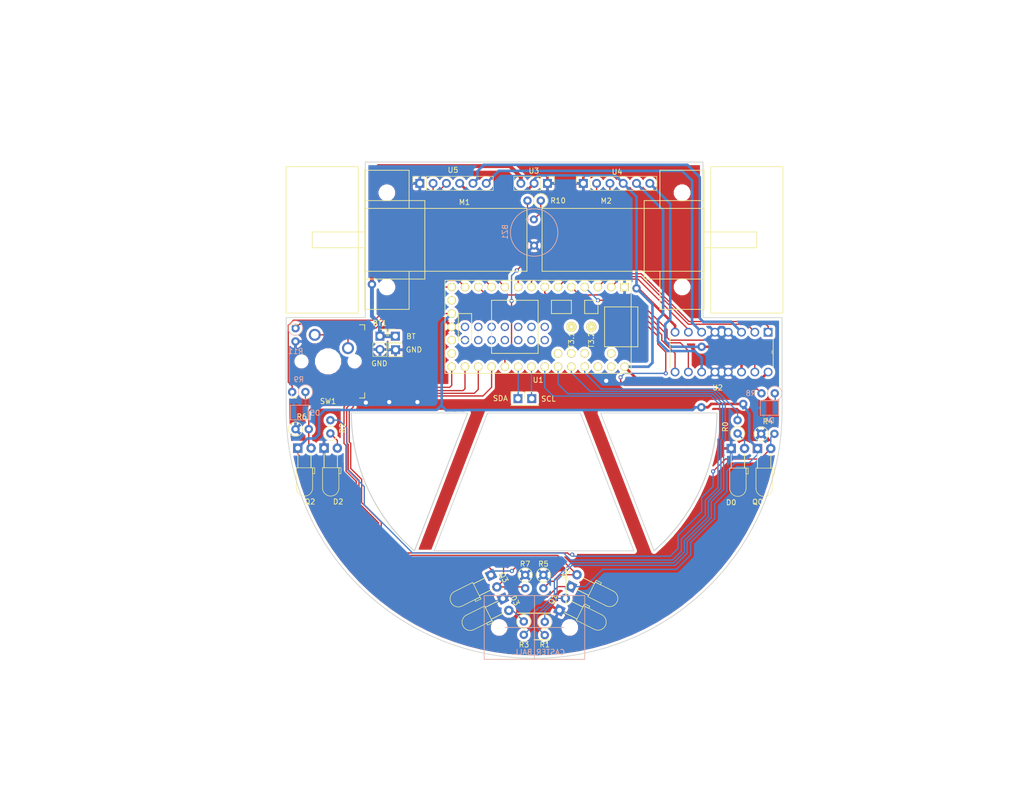
<source format=kicad_pcb>
(kicad_pcb (version 20171130) (host pcbnew "(5.0.0-3-g5ebb6b6)")
  (layers (0 F.Cu signal) (31 B.Cu signal) (34 B.Paste user) (35 F.Paste user) (36 B.SilkS user) (37 F.SilkS user) (38 B.Mask user) (39 F.Mask user) (44 Edge.Cuts user))
  (net 0 "")
  (net 1 /vBatt)
  (net 2 /GND)
  (net 3 "Net-(D0-Pad2)")
  (net 4 "Net-(D1-Pad2)")
  (net 5 "Net-(D2-Pad2)")
  (net 6 "Net-(D3-Pad2)")
  (net 7 /3.3v)
  (net 8 /Reciever_0)
  (net 9 /Reciever_1)
  (net 10 /Reciever_2)
  (net 11 /Reciever_3)
  (net 12 /Emitter_0)
  (net 13 /Emitter_1)
  (net 14 /Emitter_3)
  (net 15 "Net-(U1-Pad18)")
  (net 16 "Net-(U1-Pad19)")
  (net 17 "Net-(U1-Pad15)")
  (net 18 /Emitter_2)
  (net 19 /M2_speed)
  (net 20 /M1_speed)
  (net 21 "Net-(U1-Pad31)")
  (net 22 "Net-(U1-Pad32)")
  (net 23 /5v)
  (net 24 "Net-(U1-Pad34)")
  (net 25 "Net-(U1-Pad35)")
  (net 26 "Net-(U1-Pad36)")
  (net 27 "Net-(U1-Pad37)")
  (net 28 "Net-(U1-Pad38)")
  (net 29 "Net-(U1-Pad39)")
  (net 30 "Net-(U1-Pad40)")
  (net 31 "Net-(U1-Pad41)")
  (net 32 "Net-(U1-Pad42)")
  (net 33 "Net-(U1-Pad43)")
  (net 34 "Net-(U1-Pad44)")
  (net 35 "Net-(U1-Pad45)")
  (net 36 "Net-(U1-Pad46)")
  (net 37 "Net-(U1-Pad47)")
  (net 38 "Net-(U1-Pad48)")
  (net 39 "Net-(U1-Pad49)")
  (net 40 "Net-(U1-Pad50)")
  (net 41 "Net-(U1-Pad51)")
  (net 42 "Net-(U1-Pad52)")
  (net 43 /M1_forward)
  (net 44 /OUT1)
  (net 45 /OUT2)
  (net 46 /M1_backward)
  (net 47 /M2_forward)
  (net 48 /OUT3)
  (net 49 /OUT4)
  (net 50 /M2_backward)
  (net 51 /M2_encoder_B)
  (net 52 /M2_encoder_A)
  (net 53 /M1_encoder_A)
  (net 54 /M1_encoder_B)
  (net 55 "Net-(BZ1-Pad1)")
  (net 56 "Net-(D4-Pad2)")
  (net 57 "Net-(D5-Pad2)")
  (net 58 /i2c_SCL)
  (net 59 /i2c_SDA)
  (net 60 /STATUS_LED_0)
  (net 61 /STATUS_LED_1)
  (net 62 /Buzzer)
  (net 63 /PUSH_SW)
  (module Connector_PinSocket_2.54mm:PinSocket_1x02_P2.54mm_Vertical (layer F.Cu) (at 129.032 88.138)
    (fp_text reference BT1 (at -0.0508 -2.4892) (layer F.SilkS))
    (fp_text value Battery_Cell)
    (pad 1 thru_hole rect (at 0 0) (size 1.7 1.7) (drill 1) (layers *.Cu *.Mask) (net 1 /vBatt))
    (pad 2 thru_hole oval (at 0 2.54) (size 1.7 1.7) (drill 1) (layers *.Cu *.Mask) (net 2 /GND))
  )
  (module LED_THT:LED_D3.0mm_Horizontal_O3.81mm_Z2.0mm (layer F.Cu) (at 196.1515 109.601)
    (fp_text reference D0 (at -0.0127 10.3378 180) (layer F.SilkS))
    (fp_text value IRL81A)
    (pad 2 thru_hole circle (at 2.54 0) (size 1.8 1.8) (drill 0.9) (layers *.Cu *.Mask) (net 3 "Net-(D0-Pad2)"))
    (pad 1 thru_hole rect (at 0 0) (size 1.8 1.8) (drill 0.9) (layers *.Cu *.Mask) (net 2 /GND))
  )
  (module LED_THT:LED_D3.0mm_Horizontal_O3.81mm_Z2.0mm (layer F.Cu) (at 163.322 140.5255 63.5)
    (fp_text reference D1 (at 6.829089 -1.928996 63.5) (layer F.SilkS))
    (fp_text value IRL81A)
    (pad 1 thru_hole rect (at 0 0 63.5) (size 1.8 1.8) (drill 0.9) (layers *.Cu *.Mask) (net 2 /GND))
    (pad 2 thru_hole circle (at 2.54 0 63.5) (size 1.8 1.8) (drill 0.9) (layers *.Cu *.Mask) (net 4 "Net-(D1-Pad2)"))
  )
  (module LED_THT:LED_D3.0mm_Horizontal_O3.81mm_Z2.0mm (layer F.Cu) (at 118.364 109.5375)
    (fp_text reference D2 (at 2.6924 10.2489 180) (layer F.SilkS))
    (fp_text value IRL81A)
    (pad 2 thru_hole circle (at 2.54 0) (size 1.8 1.8) (drill 0.9) (layers *.Cu *.Mask) (net 5 "Net-(D2-Pad2)"))
    (pad 1 thru_hole rect (at 0 0) (size 1.8 1.8) (drill 0.9) (layers *.Cu *.Mask) (net 2 /GND))
  )
  (module LED_THT:LED_D3.0mm_Horizontal_O3.81mm_Z2.0mm (layer F.Cu) (at 152.527 138.303 296.5)
    (fp_text reference D3 (at 1.372312 -1.89855 296.5) (layer F.SilkS))
    (fp_text value IRL81A)
    (pad 1 thru_hole rect (at 0 0 296.5) (size 1.8 1.8) (drill 0.9) (layers *.Cu *.Mask) (net 2 /GND))
    (pad 2 thru_hole circle (at 2.54 0 296.5) (size 1.8 1.8) (drill 0.9) (layers *.Cu *.Mask) (net 6 "Net-(D3-Pad2)"))
  )
  (module LED_THT:LED_D3.0mm_Horizontal_O3.81mm_Z2.0mm (layer F.Cu) (at 201.164677 109.616645)
    (fp_text reference Q0 (at 0.003323 10.220555 180) (layer F.SilkS))
    (fp_text value Q_Photo_NPN)
    (pad 1 thru_hole rect (at 0 0) (size 1.8 1.8) (drill 0.9) (layers *.Cu *.Mask) (net 7 /3.3v))
    (pad 2 thru_hole circle (at 2.54 0) (size 1.8 1.8) (drill 0.9) (layers *.Cu *.Mask) (net 8 /Reciever_0))
  )
  (module LED_THT:LED_D3.0mm_Horizontal_O3.81mm_Z2.0mm (layer F.Cu) (at 165.5445 136.017 63.5)
    (fp_text reference Q1 (at -3.695156 -2.00342 63.5) (layer F.SilkS))
    (fp_text value Q_Photo_NPN)
    (pad 2 thru_hole circle (at 2.54 0 63.5) (size 1.8 1.8) (drill 0.9) (layers *.Cu *.Mask) (net 9 /Reciever_1))
    (pad 1 thru_hole rect (at 0 0 63.5) (size 1.8 1.8) (drill 0.9) (layers *.Cu *.Mask) (net 7 /3.3v))
  )
  (module LED_THT:LED_D3.0mm_Horizontal_O3.81mm_Z2.0mm (layer F.Cu) (at 113.346989 109.548045)
    (fp_text reference Q2 (at 2.324611 10.238355 180) (layer F.SilkS))
    (fp_text value Q_Photo_NPN)
    (pad 1 thru_hole rect (at 0 0) (size 1.8 1.8) (drill 0.9) (layers *.Cu *.Mask) (net 7 /3.3v))
    (pad 2 thru_hole circle (at 2.54 0) (size 1.8 1.8) (drill 0.9) (layers *.Cu *.Mask) (net 10 /Reciever_2))
  )
  (module LED_THT:LED_D3.0mm_Horizontal_O3.81mm_Z2.0mm (layer F.Cu) (at 150.250658 133.807367 296.5)
    (fp_text reference Q3 (at 1.504047 -1.992369 296.5) (layer F.SilkS))
    (fp_text value Q_Photo_NPN)
    (pad 2 thru_hole circle (at 2.54 0 296.5) (size 1.8 1.8) (drill 0.9) (layers *.Cu *.Mask) (net 11 /Reciever_3))
    (pad 1 thru_hole rect (at 0 0 296.5) (size 1.8 1.8) (drill 0.9) (layers *.Cu *.Mask) (net 7 /3.3v))
  )
  (module Resistor_THT:R_Axial_DIN0207_L6.3mm_D2.5mm_P2.54mm_Vertical (layer F.Cu) (at 197.358 106.7435 90)
    (fp_text reference R0 (at 1.2827 -2.3368 270) (layer F.SilkS))
    (fp_text value R)
    (pad 1 thru_hole circle (at 0 0 90) (size 1.6 1.6) (drill 0.8) (layers *.Cu *.Mask) (net 3 "Net-(D0-Pad2)"))
    (pad 2 thru_hole oval (at 2.54 0 90) (size 1.6 1.6) (drill 0.8) (layers *.Cu *.Mask) (net 12 /Emitter_0))
  )
  (module Resistor_THT:R_Axial_DIN0207_L6.3mm_D2.5mm_P2.54mm_Vertical (layer F.Cu) (at 160.528 142.748 270)
    (fp_text reference R1 (at 4.3688 0) (layer F.SilkS))
    (fp_text value R)
    (pad 2 thru_hole oval (at 2.54 0 270) (size 1.6 1.6) (drill 0.8) (layers *.Cu *.Mask) (net 13 /Emitter_1))
    (pad 1 thru_hole circle (at 0 0 270) (size 1.6 1.6) (drill 0.8) (layers *.Cu *.Mask) (net 4 "Net-(D1-Pad2)"))
  )
  (module Resistor_THT:R_Axial_DIN0207_L6.3mm_D2.5mm_P2.54mm_Vertical (layer F.Cu) (at 119.5705 106.7435 90)
    (fp_text reference R2 (at 1.0287 2.2987 270) (layer F.SilkS))
    (fp_text value R)
    (pad 2 thru_hole oval (at 2.54 0 90) (size 1.6 1.6) (drill 0.8) (layers *.Cu *.Mask) (net 18 /Emitter_2))
    (pad 1 thru_hole circle (at 0 0 90) (size 1.6 1.6) (drill 0.8) (layers *.Cu *.Mask) (net 5 "Net-(D2-Pad2)"))
  )
  (module Resistor_THT:R_Axial_DIN0207_L6.3mm_D2.5mm_P2.54mm_Vertical (layer F.Cu) (at 156.5275 142.6845 270)
    (fp_text reference R3 (at 4.4323 -0.0381) (layer F.SilkS))
    (fp_text value R)
    (pad 1 thru_hole circle (at 0 0 270) (size 1.6 1.6) (drill 0.8) (layers *.Cu *.Mask) (net 6 "Net-(D3-Pad2)"))
    (pad 2 thru_hole oval (at 2.54 0 270) (size 1.6 1.6) (drill 0.8) (layers *.Cu *.Mask) (net 14 /Emitter_3))
  )
  (module Resistor_THT:R_Axial_DIN0207_L6.3mm_D2.5mm_P2.54mm_Vertical (layer F.Cu) (at 201.8665 106.807)
    (fp_text reference R4 (at 1.2827 -2.3622 180) (layer F.SilkS))
    (fp_text value R)
    (pad 1 thru_hole circle (at 0 0) (size 1.6 1.6) (drill 0.8) (layers *.Cu *.Mask) (net 2 /GND))
    (pad 2 thru_hole oval (at 2.54 0) (size 1.6 1.6) (drill 0.8) (layers *.Cu *.Mask) (net 8 /Reciever_0))
  )
  (module Resistor_THT:R_Axial_DIN0207_L6.3mm_D2.5mm_P2.54mm_Vertical (layer F.Cu) (at 160.274 133.7945 270)
    (fp_text reference R5 (at -2.1209 0) (layer F.SilkS))
    (fp_text value R)
    (pad 2 thru_hole oval (at 2.54 0 270) (size 1.6 1.6) (drill 0.8) (layers *.Cu *.Mask) (net 9 /Reciever_1))
    (pad 1 thru_hole circle (at 0 0 270) (size 1.6 1.6) (drill 0.8) (layers *.Cu *.Mask) (net 2 /GND))
  )
  (module Resistor_THT:R_Axial_DIN0207_L6.3mm_D2.5mm_P2.54mm_Vertical (layer F.Cu) (at 112.903 105.918)
    (fp_text reference R6 (at 1.1938 -2.3876 180) (layer F.SilkS))
    (fp_text value R)
    (pad 1 thru_hole circle (at 0 0) (size 1.6 1.6) (drill 0.8) (layers *.Cu *.Mask) (net 2 /GND))
    (pad 2 thru_hole oval (at 2.54 0) (size 1.6 1.6) (drill 0.8) (layers *.Cu *.Mask) (net 10 /Reciever_2))
  )
  (module Resistor_THT:R_Axial_DIN0207_L6.3mm_D2.5mm_P2.54mm_Vertical (layer F.Cu) (at 156.7815 133.7945 270)
    (fp_text reference R7 (at -2.1209 0.0127) (layer F.SilkS))
    (fp_text value R)
    (pad 2 thru_hole oval (at 2.54 0 270) (size 1.6 1.6) (drill 0.8) (layers *.Cu *.Mask) (net 11 /Reciever_3))
    (pad 1 thru_hole circle (at 0 0 270) (size 1.6 1.6) (drill 0.8) (layers *.Cu *.Mask) (net 2 /GND))
  )
  (module teensy:Teensy30_31_32_LC (layer F.Cu) (at 159.258 86.36 180)
    (fp_text reference U1 (at 0 -10.16 180) (layer F.SilkS))
    (fp_text value Teensy3.2)
    (fp_text user T3.2 (at -10.16 -2.54 270) (layer F.SilkS))
    (fp_text user T3.1 (at -6.35 -2.54 270) (layer F.SilkS))
    (pad 17 thru_hole circle (at 16.51 0 180) (size 1.6 1.6) (drill 1.1) (layers *.Cu *.Mask F.SilkS) (net 2 /GND))
    (pad 18 thru_hole circle (at 16.51 -2.54 180) (size 1.6 1.6) (drill 1.1) (layers *.Cu *.Mask F.SilkS) (net 15 "Net-(U1-Pad18)"))
    (pad 19 thru_hole circle (at 16.51 -5.08 180) (size 1.6 1.6) (drill 1.1) (layers *.Cu *.Mask F.SilkS) (net 16 "Net-(U1-Pad19)"))
    (pad 20 thru_hole circle (at 16.51 -7.62 180) (size 1.6 1.6) (drill 1.1) (layers *.Cu *.Mask F.SilkS) (net 10 /Reciever_2))
    (pad 16 thru_hole circle (at 16.51 2.54 180) (size 1.6 1.6) (drill 1.1) (layers *.Cu *.Mask F.SilkS) (net 7 /3.3v))
    (pad 15 thru_hole circle (at 16.51 5.08 180) (size 1.6 1.6) (drill 1.1) (layers *.Cu *.Mask F.SilkS) (net 17 "Net-(U1-Pad15)"))
    (pad 14 thru_hole circle (at 16.51 7.62 180) (size 1.6 1.6) (drill 1.1) (layers *.Cu *.Mask F.SilkS) (net 63 /PUSH_SW))
    (pad 21 thru_hole circle (at 13.97 -7.62 180) (size 1.6 1.6) (drill 1.1) (layers *.Cu *.Mask F.SilkS) (net 11 /Reciever_3))
    (pad 22 thru_hole circle (at 11.43 -7.62 180) (size 1.6 1.6) (drill 1.1) (layers *.Cu *.Mask F.SilkS) (net 9 /Reciever_1))
    (pad 23 thru_hole circle (at 8.89 -7.62 180) (size 1.6 1.6) (drill 1.1) (layers *.Cu *.Mask F.SilkS) (net 8 /Reciever_0))
    (pad 24 thru_hole circle (at 6.35 -7.62 180) (size 1.6 1.6) (drill 1.1) (layers *.Cu *.Mask F.SilkS) (net 62 /Buzzer))
    (pad 25 thru_hole circle (at 3.81 -7.62 180) (size 1.6 1.6) (drill 1.1) (layers *.Cu *.Mask F.SilkS) (net 59 /i2c_SDA))
    (pad 26 thru_hole circle (at 1.27 -7.62 180) (size 1.6 1.6) (drill 1.1) (layers *.Cu *.Mask F.SilkS) (net 58 /i2c_SCL))
    (pad 27 thru_hole circle (at -1.27 -7.62 180) (size 1.6 1.6) (drill 1.1) (layers *.Cu *.Mask F.SilkS) (net 18 /Emitter_2))
    (pad 28 thru_hole circle (at -3.81 -7.62 180) (size 1.6 1.6) (drill 1.1) (layers *.Cu *.Mask F.SilkS) (net 14 /Emitter_3))
    (pad 29 thru_hole circle (at -6.35 -7.62 180) (size 1.6 1.6) (drill 1.1) (layers *.Cu *.Mask F.SilkS) (net 13 /Emitter_1))
    (pad 30 thru_hole circle (at -8.89 -7.62 180) (size 1.6 1.6) (drill 1.1) (layers *.Cu *.Mask F.SilkS) (net 12 /Emitter_0))
    (pad 31 thru_hole circle (at -11.43 -7.62 180) (size 1.6 1.6) (drill 1.1) (layers *.Cu *.Mask F.SilkS) (net 21 "Net-(U1-Pad31)"))
    (pad 32 thru_hole circle (at -13.97 -7.62 180) (size 1.6 1.6) (drill 1.1) (layers *.Cu *.Mask F.SilkS) (net 22 "Net-(U1-Pad32)"))
    (pad 33 thru_hole circle (at -16.51 -7.62 180) (size 1.6 1.6) (drill 1.1) (layers *.Cu *.Mask F.SilkS) (net 23 /5v))
    (pad 34 thru_hole circle (at -13.97 -5.08 180) (size 1.6 1.6) (drill 1.1) (layers *.Cu *.Mask F.SilkS) (net 24 "Net-(U1-Pad34)"))
    (pad 35 thru_hole circle (at -8.89 -5.08 180) (size 1.6 1.6) (drill 1.1) (layers *.Cu *.Mask F.SilkS) (net 25 "Net-(U1-Pad35)"))
    (pad 36 thru_hole circle (at -6.35 -5.08 180) (size 1.6 1.6) (drill 1.1) (layers *.Cu *.Mask F.SilkS) (net 26 "Net-(U1-Pad36)"))
    (pad 37 thru_hole circle (at -3.81 -5.08 180) (size 1.6 1.6) (drill 1.1) (layers *.Cu *.Mask F.SilkS) (net 27 "Net-(U1-Pad37)"))
    (pad 13 thru_hole circle (at 13.97 7.62 180) (size 1.6 1.6) (drill 1.1) (layers *.Cu *.Mask F.SilkS) (net 61 /STATUS_LED_1))
    (pad 12 thru_hole circle (at 11.43 7.62 180) (size 1.6 1.6) (drill 1.1) (layers *.Cu *.Mask F.SilkS) (net 60 /STATUS_LED_0))
    (pad 11 thru_hole circle (at 8.89 7.62 180) (size 1.6 1.6) (drill 1.1) (layers *.Cu *.Mask F.SilkS) (net 54 /M1_encoder_B))
    (pad 10 thru_hole circle (at 6.35 7.62 180) (size 1.6 1.6) (drill 1.1) (layers *.Cu *.Mask F.SilkS) (net 53 /M1_encoder_A))
    (pad 9 thru_hole circle (at 3.81 7.62 180) (size 1.6 1.6) (drill 1.1) (layers *.Cu *.Mask F.SilkS) (net 51 /M2_encoder_B))
    (pad 8 thru_hole circle (at 1.27 7.62 180) (size 1.6 1.6) (drill 1.1) (layers *.Cu *.Mask F.SilkS) (net 52 /M2_encoder_A))
    (pad 7 thru_hole circle (at -1.27 7.62 180) (size 1.6 1.6) (drill 1.1) (layers *.Cu *.Mask F.SilkS) (net 19 /M2_speed))
    (pad 6 thru_hole circle (at -3.81 7.62 180) (size 1.6 1.6) (drill 1.1) (layers *.Cu *.Mask F.SilkS) (net 20 /M1_speed))
    (pad 5 thru_hole circle (at -6.35 7.62 180) (size 1.6 1.6) (drill 1.1) (layers *.Cu *.Mask F.SilkS) (net 50 /M2_backward))
    (pad 4 thru_hole circle (at -8.89 7.62 180) (size 1.6 1.6) (drill 1.1) (layers *.Cu *.Mask F.SilkS) (net 47 /M2_forward))
    (pad 3 thru_hole circle (at -11.43 7.62 180) (size 1.6 1.6) (drill 1.1) (layers *.Cu *.Mask F.SilkS) (net 43 /M1_forward))
    (pad 2 thru_hole circle (at -13.97 7.62 180) (size 1.6 1.6) (drill 1.1) (layers *.Cu *.Mask F.SilkS) (net 46 /M1_backward))
    (pad 1 thru_hole rect (at -16.51 7.62 180) (size 1.6 1.6) (drill 1.1) (layers *.Cu *.Mask F.SilkS) (net 2 /GND))
    (pad 38 thru_hole circle (at -1.27 0 180) (size 1.6 1.6) (drill 1.1) (layers *.Cu *.Mask) (net 28 "Net-(U1-Pad38)"))
    (pad 39 thru_hole circle (at 1.27 0 180) (size 1.6 1.6) (drill 1.1) (layers *.Cu *.Mask) (net 29 "Net-(U1-Pad39)"))
    (pad 40 thru_hole circle (at 3.81 0 180) (size 1.6 1.6) (drill 1.1) (layers *.Cu *.Mask) (net 30 "Net-(U1-Pad40)"))
    (pad 41 thru_hole circle (at 6.35 0 180) (size 1.6 1.6) (drill 1.1) (layers *.Cu *.Mask) (net 31 "Net-(U1-Pad41)"))
    (pad 42 thru_hole circle (at 8.89 0 180) (size 1.6 1.6) (drill 1.1) (layers *.Cu *.Mask) (net 32 "Net-(U1-Pad42)"))
    (pad 43 thru_hole circle (at 11.43 0 180) (size 1.6 1.6) (drill 1.1) (layers *.Cu *.Mask) (net 33 "Net-(U1-Pad43)"))
    (pad 44 thru_hole circle (at 13.97 0 180) (size 1.6 1.6) (drill 1.1) (layers *.Cu *.Mask) (net 34 "Net-(U1-Pad44)"))
    (pad 45 thru_hole circle (at 13.97 -2.54 180) (size 1.6 1.6) (drill 1.1) (layers *.Cu *.Mask) (net 35 "Net-(U1-Pad45)"))
    (pad 46 thru_hole circle (at 11.43 -2.54 180) (size 1.6 1.6) (drill 1.1) (layers *.Cu *.Mask) (net 36 "Net-(U1-Pad46)"))
    (pad 47 thru_hole circle (at 8.89 -2.54 180) (size 1.6 1.6) (drill 1.1) (layers *.Cu *.Mask) (net 37 "Net-(U1-Pad47)"))
    (pad 48 thru_hole circle (at 6.35 -2.54 180) (size 1.6 1.6) (drill 1.1) (layers *.Cu *.Mask) (net 38 "Net-(U1-Pad48)"))
    (pad 49 thru_hole circle (at 3.81 -2.54 180) (size 1.6 1.6) (drill 1.1) (layers *.Cu *.Mask) (net 39 "Net-(U1-Pad49)"))
    (pad 50 thru_hole circle (at 1.27 -2.54 180) (size 1.6 1.6) (drill 1.1) (layers *.Cu *.Mask) (net 40 "Net-(U1-Pad50)"))
    (pad 51 thru_hole circle (at -1.27 -2.54 180) (size 1.6 1.6) (drill 1.1) (layers *.Cu *.Mask) (net 41 "Net-(U1-Pad51)"))
    (pad 52 thru_hole circle (at -6.35 0 180) (size 1.9 1.9) (drill 0.5) (layers *.Cu *.Mask F.SilkS) (net 42 "Net-(U1-Pad52)"))
    (pad 52 thru_hole circle (at -10.16 0 180) (size 1.9 1.9) (drill 0.5) (layers *.Cu *.Mask F.SilkS) (net 42 "Net-(U1-Pad52)"))
  )
  (module SN754410NE.kicad_mod:DIP254P762X508-16 (layer F.Cu) (at 185.42 94.996 270)
    (fp_text reference U2 (at 2.9972 -8.128) (layer F.SilkS))
    (fp_text value SN754410NE hide)
    (pad 1 thru_hole rect (at -7.62 -17.78 270) (size 1.6764 1.6764) (drill 1.1176) (layers *.Cu *.Mask) (net 20 /M1_speed))
    (pad 2 thru_hole circle (at -7.62 -15.24 270) (size 1.6764 1.6764) (drill 1.1176) (layers *.Cu *.Mask) (net 43 /M1_forward))
    (pad 3 thru_hole circle (at -7.62 -12.7 270) (size 1.6764 1.6764) (drill 1.1176) (layers *.Cu *.Mask) (net 44 /OUT1))
    (pad 4 thru_hole circle (at -7.62 -10.16 270) (size 1.6764 1.6764) (drill 1.1176) (layers *.Cu *.Mask) (net 2 /GND))
    (pad 5 thru_hole circle (at -7.62 -7.62 270) (size 1.6764 1.6764) (drill 1.1176) (layers *.Cu *.Mask) (net 2 /GND))
    (pad 6 thru_hole circle (at -7.62 -5.08 270) (size 1.6764 1.6764) (drill 1.1176) (layers *.Cu *.Mask) (net 45 /OUT2))
    (pad 7 thru_hole circle (at -7.62 -2.54 270) (size 1.6764 1.6764) (drill 1.1176) (layers *.Cu *.Mask) (net 46 /M1_backward))
    (pad 8 thru_hole circle (at -7.62 0 270) (size 1.6764 1.6764) (drill 1.1176) (layers *.Cu *.Mask) (net 23 /5v))
    (pad 9 thru_hole circle (at 0 0 270) (size 1.6764 1.6764) (drill 1.1176) (layers *.Cu *.Mask) (net 19 /M2_speed))
    (pad 10 thru_hole circle (at 0 -2.54 270) (size 1.6764 1.6764) (drill 1.1176) (layers *.Cu *.Mask) (net 47 /M2_forward))
    (pad 11 thru_hole circle (at 0 -5.08 270) (size 1.6764 1.6764) (drill 1.1176) (layers *.Cu *.Mask) (net 48 /OUT3))
    (pad 12 thru_hole circle (at 0 -7.62 270) (size 1.6764 1.6764) (drill 1.1176) (layers *.Cu *.Mask) (net 2 /GND))
    (pad 13 thru_hole circle (at 0 -10.16 270) (size 1.6764 1.6764) (drill 1.1176) (layers *.Cu *.Mask) (net 2 /GND))
    (pad 14 thru_hole circle (at 0 -12.7 270) (size 1.6764 1.6764) (drill 1.1176) (layers *.Cu *.Mask) (net 49 /OUT4))
    (pad 15 thru_hole circle (at 0 -15.24 270) (size 1.6764 1.6764) (drill 1.1176) (layers *.Cu *.Mask) (net 50 /M2_backward))
    (pad 16 thru_hole circle (at 0 -17.78 270) (size 1.6764 1.6764) (drill 1.1176) (layers *.Cu *.Mask) (net 23 /5v))
  )
  (module Connector_PinHeader_2.54mm:PinHeader_1x03_P2.54mm_Vertical (layer F.Cu) (at 161.036 58.928 270)
    (fp_text reference U3 (at -2.3876 2.5908) (layer F.SilkS))
    (fp_text value LM1084-5.0)
    (pad 1 thru_hole rect (at 0 0 270) (size 1.7 1.7) (drill 1) (layers *.Cu *.Mask) (net 2 /GND))
    (pad 2 thru_hole oval (at 0 2.54 270) (size 1.7 1.7) (drill 1) (layers *.Cu *.Mask) (net 23 /5v))
    (pad 3 thru_hole oval (at 0 5.08 270) (size 1.7 1.7) (drill 1) (layers *.Cu *.Mask) (net 1 /vBatt))
  )
  (module misc:Motor_mouse (layer F.Cu) (at 157.1117 69.723)
    (fp_text reference M1 (at -11.9253 -7.1882) (layer F.SilkS))
    (fp_text value Motor_DC)
    (pad "" np_thru_hole circle (at -26.75 -9) (size 2.1844 2.1844) (drill 2.1844) (layers *.Cu *.Mask))
    (pad "" np_thru_hole circle (at -26.75 9) (size 2.1844 2.1844) (drill 2.1844) (layers *.Cu *.Mask))
  )
  (module misc:Motor_mouse (layer F.Cu) (at 160.02 69.723 180)
    (fp_text reference M2 (at -12.2428 7.4422 180) (layer F.SilkS))
    (fp_text value Motor_DC)
    (pad "" np_thru_hole circle (at -26.75 9 180) (size 2.1844 2.1844) (drill 2.1844) (layers *.Cu *.Mask))
    (pad "" np_thru_hole circle (at -26.75 -9 180) (size 2.1844 2.1844) (drill 2.1844) (layers *.Cu *.Mask))
  )
  (module misc:Mouse_caster (layer B.Cu) (at 158.5595 143.8275)
    (fp_text reference M3 hide)
    (fp_text value CASTER_BALL (at 0.9525 4.7117) (layer B.SilkS) (effects (justify mirror)))
    (pad "" np_thru_hole circle (at 6.75 0) (size 2.1844 2.1844) (drill 2.1844) (layers *.Cu *.Mask))
    (pad "" np_thru_hole circle (at -6.75 0) (size 2.1844 2.1844) (drill 2.1844) (layers *.Cu *.Mask))
  )
  (module "misc:9x5.5mm Buzzer" (layer B.Cu) (at 158.496 68.326 90)
    (fp_text reference BZ1 (at 0.1 -5.55 90) (layer B.SilkS) (effects (justify mirror)))
    (fp_text value Buzzer)
    (fp_text user - (at -2.55 -1.35 90) (layer B.SilkS) (effects (justify mirror)))
    (fp_text user + (at 2.5 -1.3 90) (layer B.SilkS) (effects (justify mirror)))
    (pad 2 thru_hole circle (at -2.5 0 90) (size 1.524 1.524) (drill 0.762) (layers *.Cu *.Mask) (net 2 /GND))
    (pad 1 thru_hole circle (at 2.5 -0.05 90) (size 1.524 1.524) (drill 0.762) (layers *.Cu *.Mask) (net 55 "Net-(BZ1-Pad1)"))
  )
  (module misc:3528_SMD_LED (layer B.Cu) (at 203.454 101.854)
    (fp_text reference D4 (at 0 2.413) (layer B.SilkS) (effects (justify mirror)))
    (fp_text value STATUS_0)
    (pad 2 smd rect (at 1.1 0) (size 1 2.4) (layers B.Cu B.Paste B.Mask) (net 56 "Net-(D4-Pad2)"))
    (pad 1 smd rect (at -1.1 0) (size 1 2.4) (layers B.Cu B.Paste B.Mask) (net 2 /GND))
  )
  (module misc:3528_SMD_LED (layer B.Cu) (at 113.665 102.743)
    (fp_text reference D5 (at 2.9718 0.0762) (layer B.SilkS) (effects (justify mirror)))
    (fp_text value STATUS_1)
    (pad 1 smd rect (at -1.1 0) (size 1 2.4) (layers B.Cu B.Paste B.Mask) (net 2 /GND))
    (pad 2 smd rect (at 1.1 0) (size 1 2.4) (layers B.Cu B.Paste B.Mask) (net 57 "Net-(D5-Pad2)"))
  )
  (module Connector_PinHeader_2.54mm:PinHeader_1x01_P2.54mm_Vertical (layer F.Cu) (at 132.0292 90.7288)
    (fp_text reference GND (at 3.5052 0) (layer F.SilkS))
    (fp_text value MountingHole_Pad)
    (pad 1 thru_hole rect (at 0 0) (size 1.7 1.7) (drill 1) (layers *.Cu *.Mask) (net 2 /GND))
  )
  (module Connector_PinHeader_2.54mm:PinHeader_1x01_P2.54mm_Vertical (layer F.Cu) (at 158.0388 100.076)
    (fp_text reference SCL (at 3.2004 0.0508) (layer F.SilkS))
    (fp_text value MountingHole_Pad)
    (pad 1 thru_hole rect (at 0 0) (size 1.7 1.7) (drill 1) (layers *.Cu *.Mask) (net 58 /i2c_SCL))
  )
  (module Connector_PinHeader_2.54mm:PinHeader_1x01_P2.54mm_Vertical (layer F.Cu) (at 155.3972 100.076)
    (fp_text reference SDA (at -3.3528 -0.0508) (layer F.SilkS))
    (fp_text value MountingHole_Pad)
    (pad 1 thru_hole rect (at 0 0) (size 1.7 1.7) (drill 1) (layers *.Cu *.Mask) (net 59 /i2c_SDA))
  )
  (module Connector_PinHeader_2.54mm:PinHeader_1x01_P2.54mm_Vertical (layer F.Cu) (at 131.9784 88.138)
    (fp_text reference BT (at 2.9972 0.0508) (layer F.SilkS))
    (fp_text value MountingHole_Pad)
    (pad 1 thru_hole rect (at 0 0) (size 1.7 1.7) (drill 1) (layers *.Cu *.Mask) (net 1 /vBatt))
  )
  (module Resistor_THT:R_Axial_DIN0207_L6.3mm_D2.5mm_P2.54mm_Vertical (layer B.Cu) (at 204.47 99.06 180)
    (fp_text reference R8 (at 4.572 0 180) (layer B.SilkS) (effects (justify mirror)))
    (fp_text value R)
    (pad 1 thru_hole circle (at 0 0 180) (size 1.6 1.6) (drill 0.8) (layers *.Cu *.Mask) (net 56 "Net-(D4-Pad2)"))
    (pad 2 thru_hole oval (at 2.54 0 180) (size 1.6 1.6) (drill 0.8) (layers *.Cu *.Mask) (net 60 /STATUS_LED_0))
  )
  (module Resistor_THT:R_Axial_DIN0207_L6.3mm_D2.5mm_P2.54mm_Vertical (layer B.Cu) (at 114.808 98.806 180)
    (fp_text reference R9 (at 1.27 2.3876 180) (layer B.SilkS) (effects (justify mirror)))
    (fp_text value R)
    (pad 2 thru_hole oval (at 2.54 0 180) (size 1.6 1.6) (drill 0.8) (layers *.Cu *.Mask) (net 61 /STATUS_LED_1))
    (pad 1 thru_hole circle (at 0 0 180) (size 1.6 1.6) (drill 0.8) (layers *.Cu *.Mask) (net 57 "Net-(D5-Pad2)"))
  )
  (module Resistor_THT:R_Axial_DIN0207_L6.3mm_D2.5mm_P2.54mm_Vertical (layer F.Cu) (at 159.766 62.23 180)
    (fp_text reference R10 (at -3.302 0 180) (layer F.SilkS))
    (fp_text value R)
    (pad 2 thru_hole oval (at 2.54 0 180) (size 1.6 1.6) (drill 0.8) (layers *.Cu *.Mask) (net 62 /Buzzer))
    (pad 1 thru_hole circle (at 0 0 180) (size 1.6 1.6) (drill 0.8) (layers *.Cu *.Mask) (net 55 "Net-(BZ1-Pad1)"))
  )
  (module Resistor_THT:R_Axial_DIN0207_L6.3mm_D2.5mm_P2.54mm_Vertical (layer B.Cu) (at 112.903 86.614 270)
    (fp_text reference R11 (at 4.4196 -0.0254) (layer B.SilkS) (effects (justify mirror)))
    (fp_text value R)
    (pad 1 thru_hole circle (at 0 0 270) (size 1.6 1.6) (drill 0.8) (layers *.Cu *.Mask) (net 63 /PUSH_SW))
    (pad 2 thru_hole oval (at 2.54 0 270) (size 1.6 1.6) (drill 0.8) (layers *.Cu *.Mask) (net 2 /GND))
  )
  (module keyswitches:MX (layer B.Cu) (at 119.126 92.964 180)
    (fp_text reference SW1 (at 0 -7.62 180) (layer F.SilkS))
    (fp_text value SW_Push)
    (pad 1 thru_hole circle (at 2.54 5.08 180) (size 2.286 2.286) (drill 1.4986) (layers *.Cu *.Mask) (net 7 /3.3v))
    (pad "" np_thru_hole circle (at 0 0 180) (size 3.9878 3.9878) (drill 3.9878) (layers *.Cu *.Mask))
    (pad 2 thru_hole circle (at -3.81 2.54 180) (size 2.286 2.286) (drill 1.4986) (layers *.Cu *.Mask) (net 63 /PUSH_SW))
    (pad "" np_thru_hole circle (at 5.08 0 180) (size 1.7018 1.7018) (drill 1.7018) (layers *.Cu *.Mask))
    (pad "" np_thru_hole circle (at -5.08 0 180) (size 1.7018 1.7018) (drill 1.7018) (layers *.Cu *.Mask))
  )
  (module Connector_PinSocket_2.54mm:PinSocket_1x06_P2.54mm_Vertical (layer F.Cu) (at 167.894 58.928 90)
    (fp_text reference U4 (at 2.1844 6.4516 180) (layer F.SilkS))
    (fp_text value Encoder_3081)
    (pad 6 thru_hole oval (at 0 12.7 90) (size 1.7 1.7) (drill 1) (layers *.Cu *.Mask) (net 49 /OUT4))
    (pad 5 thru_hole oval (at 0 10.16 90) (size 1.7 1.7) (drill 1) (layers *.Cu *.Mask) (net 48 /OUT3))
    (pad 4 thru_hole oval (at 0 7.62 90) (size 1.7 1.7) (drill 1) (layers *.Cu *.Mask) (net 23 /5v))
    (pad 3 thru_hole oval (at 0 5.08 90) (size 1.7 1.7) (drill 1) (layers *.Cu *.Mask) (net 52 /M2_encoder_A))
    (pad 2 thru_hole oval (at 0 2.54 90) (size 1.7 1.7) (drill 1) (layers *.Cu *.Mask) (net 51 /M2_encoder_B))
    (pad 1 thru_hole rect (at 0 0 90) (size 1.7 1.7) (drill 1) (layers *.Cu *.Mask) (net 2 /GND))
  )
  (module Connector_PinSocket_2.54mm:PinSocket_1x06_P2.54mm_Vertical (layer F.Cu) (at 136.652 58.928 90)
    (fp_text reference U5 (at 2.54 6.35 180) (layer F.SilkS))
    (fp_text value Encoder_3081)
    (pad 1 thru_hole rect (at 0 0 90) (size 1.7 1.7) (drill 1) (layers *.Cu *.Mask) (net 2 /GND))
    (pad 2 thru_hole oval (at 0 2.54 90) (size 1.7 1.7) (drill 1) (layers *.Cu *.Mask) (net 54 /M1_encoder_B))
    (pad 3 thru_hole oval (at 0 5.08 90) (size 1.7 1.7) (drill 1) (layers *.Cu *.Mask) (net 53 /M1_encoder_A))
    (pad 4 thru_hole oval (at 0 7.62 90) (size 1.7 1.7) (drill 1) (layers *.Cu *.Mask) (net 23 /5v))
    (pad 5 thru_hole oval (at 0 10.16 90) (size 1.7 1.7) (drill 1) (layers *.Cu *.Mask) (net 44 /OUT1))
    (pad 6 thru_hole oval (at 0 12.7 90) (size 1.7 1.7) (drill 1) (layers *.Cu *.Mask) (net 45 /OUT2))
  )
  (gr_text "GND\n" (at 128.9304 93.3704) (layer F.SilkS) (effects (font (size 1 1))))
  (gr_line (start 167.3352 102.8192) (end 149.606 102.8192) (layer Edge.Cuts) (width 0.15))
  (gr_line (start 171.196 102.8192) (end 193.4464 102.8192) (layer Edge.Cuts) (width 0.15))
  (gr_line (start 177.546 129.1844) (end 167.3352 102.8192) (layer Edge.Cuts) (width 0.15))
  (gr_line (start 181.4068 129.1844) (end 171.196 102.8192) (layer Edge.Cuts) (width 0.15))
  (gr_line (start 149.606 102.8192) (end 139.3952 129.1844) (layer Edge.Cuts) (width 0.15))
  (gr_line (start 135.636 129.1844) (end 145.796 102.8192) (layer Edge.Cuts) (width 0.2))
  (gr_line (start 177.546 129.1844) (end 139.3952 129.1844) (layer Edge.Cuts) (width 0.15))
  (gr_arc (start 158.496 102.8065) (end 193.421 102.8065) (angle 48.98066035) (layer Edge.Cuts) (width 0.2))
  (gr_arc (start 158.496 102.8065) (end 123.571 102.8065) (angle -49.08666684) (layer Edge.Cuts) (width 0.2))
  (gr_line (start 158.496 141.097) (end 155.321 141.097) (layer F.SilkS) (width 0.2))
  (gr_line (start 161.671 141.097) (end 158.496 141.097) (layer F.SilkS) (width 0.2))
  (gr_line (start 164.592 139.2555) (end 164.592 132.3975) (layer F.SilkS) (width 0.2))
  (gr_line (start 161.4805 146.177) (end 158.496 146.177) (layer F.SilkS) (width 0.2))
  (gr_line (start 145.796 102.8192) (end 123.571 102.8065) (layer Edge.Cuts) (width 0.15))
  (gr_line (start 205.867 84.582) (end 190.754 84.582) (layer Edge.Cuts) (width 0.15))
  (gr_line (start 205.867 102.616) (end 205.867 84.582) (layer Edge.Cuts) (width 0.15))
  (gr_line (start 190.754 54.864) (end 190.754 84.582) (layer Edge.Cuts) (width 0.15))
  (gr_line (start 126.238 54.864) (end 190.754 54.864) (layer Edge.Cuts) (width 0.15))
  (gr_line (start 126.238 84.582) (end 126.238 54.864) (layer Edge.Cuts) (width 0.15))
  (gr_line (start 111.125 84.582) (end 126.238 84.582) (layer Edge.Cuts) (width 0.15))
  (gr_line (start 111.125 102.362) (end 111.125 84.582) (layer Edge.Cuts) (width 0.15))
  (gr_arc (start 158.496 102.362) (end 111.125 102.362) (angle -179.6927874) (layer Edge.Cuts) (width 0.15))
  (segment (start 155.956 57.725919) (end 153.856081 55.626) (width 0.75) (layer F.Cu) (net 1))
  (segment (start 155.956 58.928) (end 155.956 57.725919) (width 0.75) (layer F.Cu) (net 1))
  (segment (start 153.856081 55.626) (end 128.778 55.626) (width 0.75) (layer F.Cu) (net 1))
  (segment (start 129.032 88.138) (end 129.032 86.538) (width 0.75) (layer B.Cu) (net 1))
  (segment (start 127.508 56.896) (end 128.778 55.626) (width 0.75) (layer F.Cu) (net 1))
  (segment (start 129.032 86.538) (end 129.032 85.852) (width 0.75) (layer B.Cu) (net 1))
  (segment (start 127.508 84.328) (end 127.508 81.788) (width 0.75) (layer B.Cu) (net 1))
  (segment (start 129.032 85.852) (end 127.508 84.328) (width 0.75) (layer B.Cu) (net 1))
  (via (at 127.508 78.232) (size 1.6) (drill 0.8) (layers F.Cu B.Cu) (net 1))
  (segment (start 127.508 81.788) (end 127.508 78.232) (width 0.75) (layer B.Cu) (net 1))
  (segment (start 127.508 78.232) (end 127.508 56.896) (width 0.75) (layer F.Cu) (net 1))
  (segment (start 129.032 88.138) (end 131.9784 88.138) (width 0.75) (layer B.Cu) (net 1))
  (segment (start 112.903 103.081) (end 112.565 102.743) (width 0.5) (layer B.Cu) (net 2))
  (segment (start 112.903 105.918) (end 112.903 103.081) (width 0.5) (layer B.Cu) (net 2))
  (via (at 136.1948 100.7364) (size 1.6) (drill 0.8) (layers F.Cu B.Cu) (net 2))
  (via (at 130.81 100.7364) (size 1.6) (drill 0.8) (layers F.Cu B.Cu) (net 2))
  (via (at 172.2628 96.6724) (size 1.6) (drill 0.8) (layers F.Cu B.Cu) (net 2))
  (via (at 126.3396 100.838) (size 1.6) (drill 0.8) (layers F.Cu B.Cu) (net 2))
  (segment (start 198.6915 108.077) (end 198.6915 109.601) (width 0.25) (layer B.Cu) (net 3))
  (segment (start 197.358 106.7435) (end 198.6915 108.077) (width 0.25) (layer B.Cu) (net 3))
  (segment (start 160.528 140.7795) (end 160.528 142.748) (width 0.25) (layer B.Cu) (net 4))
  (segment (start 163.055133 138.252367) (end 160.528 140.7795) (width 0.25) (layer B.Cu) (net 4))
  (segment (start 164.455342 138.252367) (end 163.055133 138.252367) (width 0.25) (layer B.Cu) (net 4))
  (segment (start 120.904 108.077) (end 119.5705 106.7435) (width 0.25) (layer F.Cu) (net 5))
  (segment (start 120.904 109.5375) (end 120.904 108.077) (width 0.25) (layer F.Cu) (net 5))
  (segment (start 154.419133 140.576133) (end 153.660342 140.576133) (width 0.25) (layer B.Cu) (net 6))
  (segment (start 156.5275 142.6845) (end 154.419133 140.576133) (width 0.25) (layer B.Cu) (net 6))
  (segment (start 120.142 87.884) (end 116.586 87.884) (width 0.25) (layer F.Cu) (net 7))
  (segment (start 120.904 88.646) (end 120.142 87.884) (width 0.25) (layer F.Cu) (net 7))
  (segment (start 128.27 86.614) (end 124.46 86.614) (width 0.25) (layer F.Cu) (net 7))
  (segment (start 123.952 87.122) (end 123.952 88.646) (width 0.25) (layer F.Cu) (net 7))
  (segment (start 121.92 92.964) (end 121.92 91.948) (width 0.25) (layer F.Cu) (net 7))
  (segment (start 121.92 91.948) (end 120.904 90.932) (width 0.25) (layer F.Cu) (net 7))
  (segment (start 124.714 94.488) (end 123.444 94.488) (width 0.25) (layer F.Cu) (net 7))
  (segment (start 125.73 93.472) (end 124.714 94.488) (width 0.25) (layer F.Cu) (net 7))
  (segment (start 142.748 83.82) (end 131.064 83.82) (width 0.25) (layer F.Cu) (net 7))
  (segment (start 125.73 90.424) (end 125.73 93.472) (width 0.25) (layer F.Cu) (net 7))
  (segment (start 124.46 86.614) (end 123.952 87.122) (width 0.25) (layer F.Cu) (net 7))
  (segment (start 123.444 94.488) (end 121.92 92.964) (width 0.25) (layer F.Cu) (net 7))
  (segment (start 123.952 88.646) (end 125.73 90.424) (width 0.25) (layer F.Cu) (net 7))
  (segment (start 120.904 90.932) (end 120.904 88.646) (width 0.25) (layer F.Cu) (net 7))
  (segment (start 131.064 83.82) (end 128.27 86.614) (width 0.25) (layer F.Cu) (net 7))
  (segment (start 201.164677 110.766645) (end 199.599822 112.3315) (width 0.25) (layer B.Cu) (net 7))
  (segment (start 201.164677 109.616645) (end 201.164677 110.766645) (width 0.25) (layer B.Cu) (net 7))
  (segment (start 199.599822 112.3315) (end 196.9135 112.3315) (width 0.25) (layer B.Cu) (net 7))
  (segment (start 196.9135 112.3315) (end 195.326 113.919) (width 0.25) (layer B.Cu) (net 7))
  (segment (start 195.326 113.919) (end 195.326 117.856) (width 0.25) (layer B.Cu) (net 7))
  (segment (start 195.326 117.856) (end 192.9765 120.2055) (width 0.25) (layer B.Cu) (net 7))
  (segment (start 192.9765 120.2055) (end 192.9765 122.9995) (width 0.25) (layer B.Cu) (net 7))
  (segment (start 192.9765 122.9995) (end 188.4045 127.5715) (width 0.25) (layer B.Cu) (net 7))
  (segment (start 188.4045 127.5715) (end 188.4045 129.9845) (width 0.25) (layer B.Cu) (net 7))
  (segment (start 188.4045 129.9845) (end 185.674 132.715) (width 0.25) (layer B.Cu) (net 7))
  (segment (start 185.674 132.715) (end 171.577 132.715) (width 0.25) (layer B.Cu) (net 7))
  (segment (start 168.275 136.017) (end 165.5445 136.017) (width 0.25) (layer B.Cu) (net 7))
  (segment (start 171.577 132.715) (end 168.275 136.017) (width 0.25) (layer B.Cu) (net 7))
  (segment (start 165.5445 136.017) (end 163.0045 136.017) (width 0.25) (layer F.Cu) (net 7))
  (segment (start 163.0045 136.017) (end 160.9725 138.049) (width 0.25) (layer F.Cu) (net 7))
  (segment (start 160.9725 138.049) (end 159.385 138.049) (width 0.25) (layer F.Cu) (net 7))
  (segment (start 159.385 138.049) (end 158.5595 137.2235) (width 0.25) (layer F.Cu) (net 7))
  (segment (start 158.5595 137.2235) (end 158.5595 132.9055) (width 0.25) (layer F.Cu) (net 7))
  (segment (start 158.5595 132.9055) (end 157.861 132.207) (width 0.25) (layer F.Cu) (net 7))
  (via (at 154.2415 133.0325) (size 0.8) (drill 0.4) (layers F.Cu B.Cu) (net 7))
  (segment (start 155.067 132.207) (end 154.2415 133.0325) (width 0.25) (layer F.Cu) (net 7))
  (segment (start 157.861 132.207) (end 155.067 132.207) (width 0.25) (layer F.Cu) (net 7))
  (segment (start 151.025525 133.0325) (end 150.250658 133.807367) (width 0.25) (layer B.Cu) (net 7))
  (segment (start 154.2415 133.0325) (end 151.025525 133.0325) (width 0.25) (layer B.Cu) (net 7))
  (segment (start 113.346989 110.698045) (end 113.346989 109.548045) (width 0.25) (layer F.Cu) (net 7))
  (segment (start 114.027944 111.379) (end 113.346989 110.698045) (width 0.25) (layer F.Cu) (net 7))
  (segment (start 120.9675 111.379) (end 114.027944 111.379) (width 0.25) (layer F.Cu) (net 7))
  (segment (start 121.9835 112.395) (end 120.9675 111.379) (width 0.25) (layer F.Cu) (net 7))
  (segment (start 127.5715 124.079) (end 123.952 120.4595) (width 0.25) (layer F.Cu) (net 7))
  (segment (start 121.9835 114.1095) (end 121.9835 112.395) (width 0.25) (layer F.Cu) (net 7))
  (segment (start 123.952 116.078) (end 121.9835 114.1095) (width 0.25) (layer F.Cu) (net 7))
  (segment (start 127.5715 126.6825) (end 127.5715 124.079) (width 0.25) (layer F.Cu) (net 7))
  (segment (start 132.08 131.191) (end 127.5715 126.6825) (width 0.25) (layer F.Cu) (net 7))
  (segment (start 148.739951 131.191) (end 132.08 131.191) (width 0.25) (layer F.Cu) (net 7))
  (segment (start 150.250658 132.701707) (end 148.739951 131.191) (width 0.25) (layer F.Cu) (net 7))
  (segment (start 123.952 120.4595) (end 123.952 116.078) (width 0.25) (layer F.Cu) (net 7))
  (segment (start 150.250658 133.807367) (end 150.250658 132.701707) (width 0.25) (layer F.Cu) (net 7))
  (segment (start 201.164677 109.616645) (end 201.164677 109.534177) (width 0.5) (layer B.Cu) (net 7))
  (segment (start 201.164677 109.534177) (end 199.5805 107.95) (width 0.5) (layer B.Cu) (net 7))
  (segment (start 199.5805 107.95) (end 199.5805 103.0605) (width 0.5) (layer B.Cu) (net 7))
  (segment (start 199.5805 103.0605) (end 198.4375 101.092) (width 0.5) (layer B.Cu) (net 7))
  (segment (start 198.4375 101.9175) (end 198.4375 101.092) (width 0.5) (layer B.Cu) (net 7))
  (segment (start 198.4375 101.092) (end 198.4375 101.9175) (width 0.5) (layer B.Cu) (net 7))
  (via (at 198.4375 101.092) (size 1.6) (drill 0.8) (layers F.Cu B.Cu) (net 7))
  (segment (start 198.4375 101.092) (end 192.3415 101.092) (width 0.5) (layer F.Cu) (net 7))
  (via (at 190.4365 101.7315) (size 1.6) (drill 0.8) (layers F.Cu B.Cu) (net 7))
  (segment (start 191.702 101.7315) (end 190.4365 101.7315) (width 0.5) (layer F.Cu) (net 7))
  (segment (start 192.3415 101.092) (end 191.702 101.7315) (width 0.5) (layer F.Cu) (net 7))
  (segment (start 189.30513 101.7315) (end 189.30063 101.727) (width 0.5) (layer B.Cu) (net 7))
  (segment (start 190.4365 101.7315) (end 189.30513 101.7315) (width 0.5) (layer B.Cu) (net 7))
  (segment (start 140.843 85.725) (end 142.748 83.82) (width 0.5) (layer B.Cu) (net 7))
  (segment (start 140.843 101.2698) (end 140.843 85.725) (width 0.5) (layer B.Cu) (net 7))
  (segment (start 139.863516 102.249284) (end 140.843 101.2698) (width 0.5) (layer B.Cu) (net 7))
  (segment (start 117.4115 103.3145) (end 118.476716 102.249284) (width 0.5) (layer B.Cu) (net 7))
  (segment (start 117.4115 106.8705) (end 117.4115 103.3145) (width 0.5) (layer B.Cu) (net 7))
  (segment (start 115.189 107.696) (end 116.586 107.696) (width 0.5) (layer B.Cu) (net 7))
  (segment (start 116.586 107.696) (end 117.4115 106.8705) (width 0.5) (layer B.Cu) (net 7))
  (segment (start 113.346989 109.538011) (end 115.189 107.696) (width 0.5) (layer B.Cu) (net 7))
  (segment (start 118.476716 102.249284) (end 139.863516 102.249284) (width 0.5) (layer B.Cu) (net 7))
  (segment (start 113.346989 109.548045) (end 113.346989 109.538011) (width 0.5) (layer B.Cu) (net 7))
  (segment (start 188.77623 102.2604) (end 189.30513 101.7315) (width 0.5) (layer B.Cu) (net 7))
  (segment (start 145.098736 102.2604) (end 188.77623 102.2604) (width 0.5) (layer B.Cu) (net 7))
  (segment (start 145.066368 102.292768) (end 145.098736 102.2604) (width 0.5) (layer B.Cu) (net 7))
  (segment (start 143.306839 102.292768) (end 145.066368 102.292768) (width 0.5) (layer B.Cu) (net 7))
  (segment (start 143.30591 102.291839) (end 143.306839 102.292768) (width 0.5) (layer B.Cu) (net 7))
  (segment (start 141.68121 102.291839) (end 143.30591 102.291839) (width 0.5) (layer B.Cu) (net 7))
  (segment (start 141.661828 102.291828) (end 141.68121 102.291839) (width 0.5) (layer B.Cu) (net 7))
  (segment (start 140.843 101.473) (end 141.661828 102.291828) (width 0.5) (layer B.Cu) (net 7))
  (segment (start 140.843 101.2698) (end 140.843 101.473) (width 0.5) (layer B.Cu) (net 7))
  (segment (start 150.368 93.98) (end 150.368 97.917) (width 0.25) (layer F.Cu) (net 8))
  (segment (start 150.368 97.917) (end 148.717 99.568) (width 0.25) (layer F.Cu) (net 8))
  (segment (start 148.717 99.568) (end 127.508 99.568) (width 0.25) (layer F.Cu) (net 8))
  (segment (start 124.334749 99.568) (end 123.952 99.950749) (width 0.25) (layer F.Cu) (net 8))
  (segment (start 127.508 99.568) (end 124.334749 99.568) (width 0.25) (layer F.Cu) (net 8))
  (segment (start 123.952 99.950749) (end 123.952 101.1555) (width 0.25) (layer F.Cu) (net 8))
  (segment (start 123.952 101.1555) (end 123.952 101.346) (width 0.25) (layer F.Cu) (net 8))
  (segment (start 201.688322 111.633) (end 203.704677 109.616645) (width 0.25) (layer F.Cu) (net 8))
  (segment (start 195.199 111.633) (end 201.688322 111.633) (width 0.25) (layer F.Cu) (net 8))
  (segment (start 129.286 123.698) (end 129.286 126.238) (width 0.25) (layer F.Cu) (net 8))
  (segment (start 125.5395 119.9515) (end 129.286 123.698) (width 0.25) (layer F.Cu) (net 8))
  (segment (start 125.5395 115.543106) (end 125.5395 119.9515) (width 0.25) (layer F.Cu) (net 8))
  (segment (start 123.952 101.1555) (end 123.952 101.6635) (width 0.25) (layer F.Cu) (net 8))
  (segment (start 123.45502 108.6567) (end 123.45502 113.42202) (width 0.25) (layer F.Cu) (net 8))
  (segment (start 129.286 126.238) (end 132.636161 129.588161) (width 0.25) (layer F.Cu) (net 8))
  (segment (start 123.17099 108.37267) (end 123.45502 108.6567) (width 0.25) (layer F.Cu) (net 8))
  (segment (start 123.952 101.6635) (end 123.17099 102.44451) (width 0.25) (layer F.Cu) (net 8))
  (segment (start 125.517224 115.484224) (end 125.5395 115.543106) (width 0.25) (layer F.Cu) (net 8))
  (segment (start 123.45502 113.42202) (end 125.517224 115.484224) (width 0.25) (layer F.Cu) (net 8))
  (segment (start 123.17099 102.44451) (end 123.17099 108.37267) (width 0.25) (layer F.Cu) (net 8))
  (segment (start 203.704677 107.508823) (end 204.4065 106.807) (width 0.25) (layer B.Cu) (net 8))
  (segment (start 203.704677 109.616645) (end 203.704677 107.508823) (width 0.25) (layer B.Cu) (net 8))
  (via (at 192.6844 113.9952) (size 0.8) (drill 0.4) (layers F.Cu B.Cu) (net 8))
  (segment (start 195.0466 111.633) (end 192.6844 113.9952) (width 0.25) (layer F.Cu) (net 8))
  (segment (start 195.199 111.633) (end 195.0466 111.633) (width 0.25) (layer F.Cu) (net 8))
  (segment (start 192.6844 113.9952) (end 192.6844 116.84) (width 0.25) (layer B.Cu) (net 8))
  (segment (start 192.6844 116.84) (end 190.5 119.0244) (width 0.25) (layer B.Cu) (net 8))
  (segment (start 190.5 119.0244) (end 190.5 121.7168) (width 0.25) (layer B.Cu) (net 8))
  (segment (start 190.5 121.7168) (end 186.182 126.0348) (width 0.25) (layer B.Cu) (net 8))
  (segment (start 186.182 126.0348) (end 185.9788 126.238) (width 0.25) (layer B.Cu) (net 8))
  (segment (start 185.9788 126.238) (end 185.9788 128.7272) (width 0.25) (layer B.Cu) (net 8))
  (segment (start 185.9788 128.7272) (end 184.5056 130.2004) (width 0.25) (layer B.Cu) (net 8))
  (via (at 165.7604 129.8956) (size 0.8) (drill 0.4) (layers F.Cu B.Cu) (net 8))
  (segment (start 166.0652 130.2004) (end 165.7604 129.8956) (width 0.25) (layer B.Cu) (net 8))
  (segment (start 184.5056 130.2004) (end 166.0652 130.2004) (width 0.25) (layer B.Cu) (net 8))
  (segment (start 164.887276 129.588161) (end 132.636161 129.588161) (width 0.25) (layer F.Cu) (net 8))
  (segment (start 165.194715 129.8956) (end 164.887276 129.588161) (width 0.25) (layer F.Cu) (net 8))
  (segment (start 165.7604 129.8956) (end 165.194715 129.8956) (width 0.25) (layer F.Cu) (net 8))
  (segment (start 162.972146 130.038171) (end 166.677842 133.743867) (width 0.25) (layer F.Cu) (net 9))
  (segment (start 132.449761 130.038171) (end 162.972146 130.038171) (width 0.25) (layer F.Cu) (net 9))
  (segment (start 128.778 123.82641) (end 128.778 126.36641) (width 0.25) (layer F.Cu) (net 9))
  (segment (start 123.00501 113.67051) (end 125.0315 115.697) (width 0.25) (layer F.Cu) (net 9))
  (segment (start 128.778 126.36641) (end 132.449761 130.038171) (width 0.25) (layer F.Cu) (net 9))
  (segment (start 123.444 99.822339) (end 123.444 101.092) (width 0.25) (layer F.Cu) (net 9))
  (segment (start 123.00501 108.8431) (end 123.00501 113.67051) (width 0.25) (layer F.Cu) (net 9))
  (segment (start 123.444 101.092) (end 122.682 101.854) (width 0.25) (layer F.Cu) (net 9))
  (segment (start 122.682 101.854) (end 122.682 108.52009) (width 0.25) (layer F.Cu) (net 9))
  (segment (start 125.0315 120.07991) (end 128.778 123.82641) (width 0.25) (layer F.Cu) (net 9))
  (segment (start 147.066 99.06) (end 124.206339 99.06) (width 0.25) (layer F.Cu) (net 9))
  (segment (start 147.828 98.298) (end 147.066 99.06) (width 0.25) (layer F.Cu) (net 9))
  (segment (start 122.682 108.52009) (end 123.00501 108.8431) (width 0.25) (layer F.Cu) (net 9))
  (segment (start 124.206339 99.06) (end 123.444 99.822339) (width 0.25) (layer F.Cu) (net 9))
  (segment (start 125.0315 115.697) (end 125.0315 120.07991) (width 0.25) (layer F.Cu) (net 9))
  (segment (start 147.828 93.98) (end 147.828 98.298) (width 0.25) (layer F.Cu) (net 9))
  (segment (start 166.677842 133.743867) (end 163.499633 133.743867) (width 0.25) (layer F.Cu) (net 9))
  (segment (start 163.499633 133.743867) (end 162.2425 135.001) (width 0.25) (layer F.Cu) (net 9))
  (segment (start 161.6075 135.001) (end 160.274 136.3345) (width 0.25) (layer F.Cu) (net 9))
  (segment (start 162.2425 135.001) (end 161.6075 135.001) (width 0.25) (layer F.Cu) (net 9))
  (segment (start 115.6335 109.294556) (end 115.886989 109.548045) (width 0.25) (layer F.Cu) (net 10))
  (segment (start 116.5225 101.346) (end 115.443 102.4255) (width 0.25) (layer F.Cu) (net 10))
  (segment (start 115.443 102.4255) (end 115.443 105.918) (width 0.25) (layer F.Cu) (net 10))
  (segment (start 122.428 99.565519) (end 122.428 100.5205) (width 0.25) (layer F.Cu) (net 10))
  (segment (start 142.367 97.917) (end 124.076519 97.917) (width 0.25) (layer F.Cu) (net 10))
  (segment (start 121.6025 101.346) (end 116.5225 101.346) (width 0.25) (layer F.Cu) (net 10))
  (segment (start 122.428 100.5205) (end 121.6025 101.346) (width 0.25) (layer F.Cu) (net 10))
  (segment (start 142.748 97.536) (end 142.367 97.917) (width 0.25) (layer F.Cu) (net 10))
  (segment (start 124.076519 97.917) (end 122.428 99.565519) (width 0.25) (layer F.Cu) (net 10))
  (segment (start 142.748 93.98) (end 142.748 97.536) (width 0.25) (layer F.Cu) (net 10))
  (segment (start 115.443 109.104056) (end 115.886989 109.548045) (width 0.25) (layer F.Cu) (net 10))
  (segment (start 115.443 105.918) (end 115.443 109.104056) (width 0.25) (layer F.Cu) (net 10))
  (segment (start 152.654 131.8895) (end 152.654 134.8105) (width 0.25) (layer F.Cu) (net 11))
  (segment (start 151.3205 130.556) (end 152.654 131.8895) (width 0.25) (layer F.Cu) (net 11))
  (segment (start 132.33118 130.556) (end 151.3205 130.556) (width 0.25) (layer F.Cu) (net 11))
  (segment (start 128.27 126.49482) (end 132.33118 130.556) (width 0.25) (layer F.Cu) (net 11))
  (segment (start 128.27 123.95482) (end 128.27 126.49482) (width 0.25) (layer F.Cu) (net 11))
  (segment (start 124.5235 115.8875) (end 124.5235 120.20832) (width 0.25) (layer F.Cu) (net 11))
  (segment (start 122.555 113.919) (end 124.5235 115.8875) (width 0.25) (layer F.Cu) (net 11))
  (segment (start 122.555 109.0295) (end 122.555 113.919) (width 0.25) (layer F.Cu) (net 11))
  (segment (start 124.077929 98.552) (end 122.936 99.693929) (width 0.25) (layer F.Cu) (net 11))
  (segment (start 122.174 101.6) (end 122.174 108.6485) (width 0.25) (layer F.Cu) (net 11))
  (segment (start 122.936 100.838) (end 122.174 101.6) (width 0.25) (layer F.Cu) (net 11))
  (segment (start 145.288 98.171) (end 144.907 98.552) (width 0.25) (layer F.Cu) (net 11))
  (segment (start 122.936 99.693929) (end 122.936 100.838) (width 0.25) (layer F.Cu) (net 11))
  (segment (start 122.174 108.6485) (end 122.555 109.0295) (width 0.25) (layer F.Cu) (net 11))
  (segment (start 152.654 134.8105) (end 151.384 136.0805) (width 0.25) (layer F.Cu) (net 11))
  (segment (start 124.5235 120.20832) (end 128.27 123.95482) (width 0.25) (layer F.Cu) (net 11))
  (segment (start 144.907 98.552) (end 124.077929 98.552) (width 0.25) (layer F.Cu) (net 11))
  (segment (start 145.288 93.98) (end 145.288 98.171) (width 0.25) (layer F.Cu) (net 11))
  (segment (start 156.5275 136.0805) (end 156.7815 136.3345) (width 0.25) (layer F.Cu) (net 11))
  (segment (start 151.384 136.0805) (end 156.5275 136.0805) (width 0.25) (layer F.Cu) (net 11))
  (segment (start 197.358 102.5525) (end 197.358 104.2035) (width 0.25) (layer B.Cu) (net 12))
  (segment (start 171.27113 98.2345) (end 193.04 98.2345) (width 0.25) (layer B.Cu) (net 12))
  (segment (start 168.148 95.11137) (end 171.27113 98.2345) (width 0.25) (layer B.Cu) (net 12))
  (segment (start 193.04 98.2345) (end 197.358 102.5525) (width 0.25) (layer B.Cu) (net 12))
  (segment (start 168.148 93.98) (end 168.148 95.11137) (width 0.25) (layer B.Cu) (net 12))
  (segment (start 159.0675 143.8275) (end 160.528 145.288) (width 0.25) (layer B.Cu) (net 13))
  (segment (start 159.0675 141.478) (end 159.0675 143.8275) (width 0.25) (layer B.Cu) (net 13))
  (segment (start 160.27259 140.3985) (end 160.147 140.3985) (width 0.25) (layer B.Cu) (net 13))
  (segment (start 162.8775 134.8105) (end 162.8775 137.79359) (width 0.25) (layer B.Cu) (net 13))
  (segment (start 192.3415 122.809) (end 187.706 127.4445) (width 0.25) (layer B.Cu) (net 13))
  (segment (start 185.42 131.953) (end 165.735 131.953) (width 0.25) (layer B.Cu) (net 13))
  (segment (start 194.691 108.204) (end 194.691 117.4115) (width 0.25) (layer B.Cu) (net 13))
  (segment (start 187.706 127.4445) (end 187.706 129.667) (width 0.25) (layer B.Cu) (net 13))
  (segment (start 192.79151 98.68451) (end 195.0085 100.9015) (width 0.25) (layer B.Cu) (net 13))
  (segment (start 192.3415 119.761) (end 192.3415 122.809) (width 0.25) (layer B.Cu) (net 13))
  (segment (start 194.691 117.4115) (end 192.3415 119.761) (width 0.25) (layer B.Cu) (net 13))
  (segment (start 187.706 129.667) (end 185.42 131.953) (width 0.25) (layer B.Cu) (net 13))
  (segment (start 195.0085 100.9015) (end 195.0085 107.8865) (width 0.25) (layer B.Cu) (net 13))
  (segment (start 160.147 140.3985) (end 159.0675 141.478) (width 0.25) (layer B.Cu) (net 13))
  (segment (start 162.8775 137.79359) (end 160.27259 140.3985) (width 0.25) (layer B.Cu) (net 13))
  (segment (start 169.18114 98.68451) (end 192.79151 98.68451) (width 0.25) (layer B.Cu) (net 13))
  (segment (start 165.608 95.11137) (end 169.18114 98.68451) (width 0.25) (layer B.Cu) (net 13))
  (segment (start 165.735 131.953) (end 162.8775 134.8105) (width 0.25) (layer B.Cu) (net 13))
  (segment (start 195.0085 107.8865) (end 194.691 108.204) (width 0.25) (layer B.Cu) (net 13))
  (segment (start 165.608 93.98) (end 165.608 95.11137) (width 0.25) (layer B.Cu) (net 13))
  (segment (start 159.385 140.0175) (end 158.369 141.0335) (width 0.25) (layer B.Cu) (net 14))
  (segment (start 158.369 143.383) (end 156.5275 145.2245) (width 0.25) (layer B.Cu) (net 14))
  (segment (start 162.3695 137.541) (end 159.893 140.0175) (width 0.25) (layer B.Cu) (net 14))
  (segment (start 165.60659 131.445) (end 162.3695 134.68209) (width 0.25) (layer B.Cu) (net 14))
  (segment (start 185.166 131.445) (end 165.60659 131.445) (width 0.25) (layer B.Cu) (net 14))
  (segment (start 187.198 129.413) (end 185.166 131.445) (width 0.25) (layer B.Cu) (net 14))
  (segment (start 194.5005 107.696) (end 194.183 108.0135) (width 0.25) (layer B.Cu) (net 14))
  (segment (start 187.198 127.254) (end 187.198 129.413) (width 0.25) (layer B.Cu) (net 14))
  (segment (start 159.893 140.0175) (end 159.385 140.0175) (width 0.25) (layer B.Cu) (net 14))
  (segment (start 191.77 122.682) (end 187.198 127.254) (width 0.25) (layer B.Cu) (net 14))
  (segment (start 194.183 108.0135) (end 194.183 117.221) (width 0.25) (layer B.Cu) (net 14))
  (segment (start 194.183 117.221) (end 191.77 119.634) (width 0.25) (layer B.Cu) (net 14))
  (segment (start 191.77 119.634) (end 191.77 122.682) (width 0.25) (layer B.Cu) (net 14))
  (segment (start 164.92052 99.13452) (end 192.54302 99.13452) (width 0.25) (layer B.Cu) (net 14))
  (segment (start 162.3695 134.68209) (end 162.3695 137.541) (width 0.25) (layer B.Cu) (net 14))
  (segment (start 194.5005 101.092) (end 194.5005 107.696) (width 0.25) (layer B.Cu) (net 14))
  (segment (start 192.54302 99.13452) (end 194.5005 101.092) (width 0.25) (layer B.Cu) (net 14))
  (segment (start 163.068 97.282) (end 164.92052 99.13452) (width 0.25) (layer B.Cu) (net 14))
  (segment (start 158.369 141.0335) (end 158.369 143.383) (width 0.25) (layer B.Cu) (net 14))
  (segment (start 163.068 93.98) (end 163.068 97.282) (width 0.25) (layer B.Cu) (net 14))
  (segment (start 122.7455 105.7275) (end 121.2215 104.2035) (width 0.25) (layer B.Cu) (net 18))
  (segment (start 126.0475 120.357126) (end 126.0475 116.9035) (width 0.25) (layer B.Cu) (net 18))
  (segment (start 121.2215 104.2035) (end 119.5705 104.2035) (width 0.25) (layer B.Cu) (net 18))
  (segment (start 165.47818 130.937) (end 164.14468 129.6035) (width 0.25) (layer B.Cu) (net 18))
  (segment (start 126.0475 116.9035) (end 122.7455 113.6015) (width 0.25) (layer B.Cu) (net 18))
  (segment (start 186.6265 129.2225) (end 184.912 130.937) (width 0.25) (layer B.Cu) (net 18))
  (segment (start 184.912 130.937) (end 165.47818 130.937) (width 0.25) (layer B.Cu) (net 18))
  (segment (start 191.1985 119.507) (end 191.1985 122.3645) (width 0.25) (layer B.Cu) (net 18))
  (segment (start 164.14468 129.6035) (end 135.293874 129.6035) (width 0.25) (layer B.Cu) (net 18))
  (segment (start 193.6115 117.094) (end 191.1985 119.507) (width 0.25) (layer B.Cu) (net 18))
  (segment (start 193.929 107.569) (end 193.6115 107.8865) (width 0.25) (layer B.Cu) (net 18))
  (segment (start 162.13203 99.58453) (end 192.29453 99.58453) (width 0.25) (layer B.Cu) (net 18))
  (segment (start 122.7455 113.6015) (end 122.7455 105.7275) (width 0.25) (layer B.Cu) (net 18))
  (segment (start 186.6265 126.9365) (end 186.6265 129.2225) (width 0.25) (layer B.Cu) (net 18))
  (segment (start 192.29453 99.58453) (end 193.929 101.219) (width 0.25) (layer B.Cu) (net 18))
  (segment (start 135.293874 129.6035) (end 126.0475 120.357126) (width 0.25) (layer B.Cu) (net 18))
  (segment (start 193.929 101.219) (end 193.929 107.569) (width 0.25) (layer B.Cu) (net 18))
  (segment (start 193.6115 107.8865) (end 193.6115 117.094) (width 0.25) (layer B.Cu) (net 18))
  (segment (start 160.528 97.9805) (end 162.13203 99.58453) (width 0.25) (layer B.Cu) (net 18))
  (segment (start 191.1985 122.3645) (end 186.6265 126.9365) (width 0.25) (layer B.Cu) (net 18))
  (segment (start 160.528 93.98) (end 160.528 97.9805) (width 0.25) (layer B.Cu) (net 18))
  (segment (start 160.528 79.87137) (end 162.95263 82.296) (width 0.25) (layer F.Cu) (net 19))
  (segment (start 160.528 78.74) (end 160.528 79.87137) (width 0.25) (layer F.Cu) (net 19))
  (segment (start 162.95263 82.296) (end 177.292 82.296) (width 0.25) (layer F.Cu) (net 19))
  (segment (start 177.292 82.296) (end 182.88 87.884) (width 0.25) (layer F.Cu) (net 19))
  (segment (start 182.88 88.91243) (end 184.39157 90.424) (width 0.25) (layer F.Cu) (net 19))
  (segment (start 182.88 87.884) (end 182.88 88.91243) (width 0.25) (layer F.Cu) (net 19))
  (segment (start 184.39157 90.424) (end 184.404 90.424) (width 0.25) (layer F.Cu) (net 19))
  (segment (start 185.42 91.44) (end 185.42 94.996) (width 0.25) (layer F.Cu) (net 19))
  (segment (start 184.404 90.424) (end 185.42 91.44) (width 0.25) (layer F.Cu) (net 19))
  (segment (start 163.068 78.74) (end 165.608 76.2) (width 0.25) (layer F.Cu) (net 20))
  (segment (start 178.94441 76.2) (end 188.08841 85.344) (width 0.25) (layer F.Cu) (net 20))
  (segment (start 165.608 76.2) (end 178.94441 76.2) (width 0.25) (layer F.Cu) (net 20))
  (segment (start 199.26441 85.344) (end 199.77241 85.852) (width 0.25) (layer F.Cu) (net 20))
  (segment (start 188.08841 85.344) (end 199.26441 85.344) (width 0.25) (layer F.Cu) (net 20))
  (segment (start 203.2 86.2878) (end 203.2 87.376) (width 0.25) (layer F.Cu) (net 20))
  (segment (start 202.7642 85.852) (end 203.2 86.2878) (width 0.25) (layer F.Cu) (net 20))
  (segment (start 199.77241 85.852) (end 202.7642 85.852) (width 0.25) (layer F.Cu) (net 20))
  (segment (start 185.42 87.376) (end 185.42 86.106) (width 0.5) (layer F.Cu) (net 23))
  (segment (start 185.42 86.106) (end 178.816 79.502) (width 0.5) (layer F.Cu) (net 23))
  (via (at 178.054 78.994) (size 1.6) (drill 0.8) (layers F.Cu B.Cu) (net 23))
  (segment (start 178.308 78.994) (end 178.054 78.994) (width 0.5) (layer F.Cu) (net 23))
  (segment (start 178.816 79.502) (end 178.308 78.994) (width 0.5) (layer F.Cu) (net 23))
  (segment (start 176.567999 94.779999) (end 175.768 93.98) (width 0.5) (layer F.Cu) (net 23))
  (segment (start 178.37501 96.58701) (end 176.567999 94.779999) (width 0.5) (layer F.Cu) (net 23))
  (segment (start 201.60899 96.58701) (end 178.37501 96.58701) (width 0.5) (layer F.Cu) (net 23))
  (segment (start 203.2 94.996) (end 201.60899 96.58701) (width 0.5) (layer F.Cu) (net 23))
  (segment (start 180.34 93.98) (end 175.768 93.98) (width 0.5) (layer B.Cu) (net 23))
  (segment (start 181.102 93.218) (end 180.34 93.98) (width 0.5) (layer B.Cu) (net 23))
  (segment (start 181.102 82.042) (end 181.102 93.218) (width 0.5) (layer B.Cu) (net 23))
  (segment (start 178.054 78.994) (end 181.102 82.042) (width 0.5) (layer B.Cu) (net 23))
  (segment (start 178.054 61.468) (end 175.514 58.928) (width 0.5) (layer B.Cu) (net 23))
  (segment (start 178.054 78.994) (end 178.054 61.468) (width 0.5) (layer B.Cu) (net 23))
  (segment (start 158.496 58.928) (end 158.496 58.166) (width 0.5) (layer B.Cu) (net 23))
  (segment (start 158.496 58.166) (end 159.258 57.404) (width 0.5) (layer B.Cu) (net 23))
  (segment (start 173.99 57.404) (end 175.514 58.928) (width 0.5) (layer B.Cu) (net 23))
  (segment (start 159.258 57.404) (end 173.99 57.404) (width 0.5) (layer B.Cu) (net 23))
  (segment (start 158.496 58.928) (end 156.718 60.706) (width 0.5) (layer F.Cu) (net 23))
  (segment (start 146.05 60.706) (end 144.272 58.928) (width 0.5) (layer F.Cu) (net 23))
  (segment (start 156.718 60.706) (end 146.05 60.706) (width 0.5) (layer F.Cu) (net 23))
  (segment (start 199.136 85.852) (end 200.66 87.376) (width 0.25) (layer F.Cu) (net 43))
  (segment (start 187.96 85.852) (end 199.136 85.852) (width 0.25) (layer F.Cu) (net 43))
  (segment (start 178.873991 76.765991) (end 187.96 85.852) (width 0.25) (layer F.Cu) (net 43))
  (segment (start 172.662009 76.765991) (end 178.873991 76.765991) (width 0.25) (layer F.Cu) (net 43))
  (segment (start 170.688 78.74) (end 172.662009 76.765991) (width 0.25) (layer F.Cu) (net 43))
  (segment (start 147.661999 58.078001) (end 147.661999 56.604801) (width 0.5) (layer B.Cu) (net 44))
  (segment (start 146.812 58.928) (end 147.661999 58.078001) (width 0.5) (layer B.Cu) (net 44))
  (segment (start 147.661999 56.604801) (end 148.87779 55.38901) (width 0.5) (layer B.Cu) (net 44))
  (segment (start 148.87779 55.38901) (end 187.77381 55.38901) (width 0.5) (layer B.Cu) (net 44))
  (segment (start 187.77381 55.38901) (end 190.1444 57.7596) (width 0.5) (layer B.Cu) (net 44))
  (segment (start 190.1444 57.7596) (end 190.1444 84.7344) (width 0.5) (layer B.Cu) (net 44))
  (segment (start 190.1444 84.7344) (end 190.8048 85.3948) (width 0.5) (layer B.Cu) (net 44))
  (segment (start 196.1388 85.3948) (end 198.12 87.376) (width 0.5) (layer B.Cu) (net 44))
  (segment (start 190.8048 85.3948) (end 196.1388 85.3948) (width 0.5) (layer B.Cu) (net 44))
  (segment (start 188.6712 85.5472) (end 190.5 87.376) (width 0.5) (layer B.Cu) (net 45))
  (segment (start 186.7916 56.5404) (end 188.6712 58.42) (width 0.5) (layer B.Cu) (net 45))
  (segment (start 188.6712 58.42) (end 188.6712 85.5472) (width 0.5) (layer B.Cu) (net 45))
  (segment (start 151.7396 56.5404) (end 186.7916 56.5404) (width 0.5) (layer B.Cu) (net 45))
  (segment (start 149.352 58.928) (end 151.7396 56.5404) (width 0.5) (layer B.Cu) (net 45))
  (segment (start 187.96 86.868) (end 187.96 87.376) (width 0.25) (layer F.Cu) (net 46))
  (segment (start 178.308 77.216) (end 187.96 86.868) (width 0.25) (layer F.Cu) (net 46))
  (segment (start 174.752 77.216) (end 178.308 77.216) (width 0.25) (layer F.Cu) (net 46))
  (segment (start 173.228 78.74) (end 174.752 77.216) (width 0.25) (layer F.Cu) (net 46))
  (via (at 170.688 81.28) (size 0.8) (drill 0.4) (layers F.Cu B.Cu) (net 47))
  (segment (start 168.148 78.74) (end 170.688 81.28) (width 0.25) (layer B.Cu) (net 47))
  (segment (start 187.96 90.932) (end 187.96 94.996) (width 0.25) (layer F.Cu) (net 47))
  (segment (start 186.436 89.408) (end 187.96 90.932) (width 0.25) (layer F.Cu) (net 47))
  (segment (start 184.01198 89.408) (end 186.436 89.408) (width 0.25) (layer F.Cu) (net 47))
  (segment (start 183.44599 87.43399) (end 183.44599 88.84201) (width 0.25) (layer F.Cu) (net 47))
  (segment (start 183.44599 88.84201) (end 184.01198 89.408) (width 0.25) (layer F.Cu) (net 47))
  (segment (start 177.292 81.28) (end 183.44599 87.43399) (width 0.25) (layer F.Cu) (net 47))
  (segment (start 170.688 81.28) (end 177.292 81.28) (width 0.25) (layer F.Cu) (net 47))
  (segment (start 190.5 92.3036) (end 190.5 94.996) (width 0.5) (layer B.Cu) (net 48))
  (segment (start 189.1792 90.9828) (end 190.5 92.3036) (width 0.5) (layer B.Cu) (net 48))
  (segment (start 184.0484 90.9828) (end 189.1792 90.9828) (width 0.5) (layer B.Cu) (net 48))
  (segment (start 182.1688 84.9376) (end 182.1688 89.1032) (width 0.5) (layer B.Cu) (net 48))
  (segment (start 183.134 83.9724) (end 182.1688 84.9376) (width 0.5) (layer B.Cu) (net 48))
  (segment (start 178.054 58.928) (end 183.134 64.008) (width 0.5) (layer B.Cu) (net 48))
  (segment (start 183.134 64.008) (end 183.134 83.9724) (width 0.5) (layer B.Cu) (net 48))
  (segment (start 182.1688 89.1032) (end 184.0484 90.9828) (width 0.5) (layer B.Cu) (net 48))
  (segment (start 180.594 58.928) (end 184.5056 62.8396) (width 0.5) (layer B.Cu) (net 49))
  (segment (start 183.5404 85.852) (end 183.5404 88.2396) (width 0.5) (layer B.Cu) (net 49))
  (segment (start 184.5056 84.8868) (end 183.5404 85.852) (width 0.5) (layer B.Cu) (net 49))
  (segment (start 184.5056 62.8396) (end 184.5056 84.8868) (width 0.5) (layer B.Cu) (net 49))
  (segment (start 183.5404 88.2396) (end 183.5404 89.0524) (width 0.5) (layer B.Cu) (net 49))
  (via (at 190.5 90.17) (size 1.6) (drill 0.8) (layers F.Cu B.Cu) (net 49))
  (segment (start 184.658 90.17) (end 190.5 90.17) (width 0.5) (layer B.Cu) (net 49))
  (segment (start 183.5404 89.0524) (end 184.658 90.17) (width 0.5) (layer B.Cu) (net 49))
  (segment (start 190.5 90.17) (end 197.104 90.17) (width 0.5) (layer F.Cu) (net 49))
  (segment (start 198.12 91.186) (end 198.12 94.996) (width 0.5) (layer F.Cu) (net 49))
  (segment (start 197.104 90.17) (end 198.12 91.186) (width 0.5) (layer F.Cu) (net 49))
  (segment (start 200.66 91.948) (end 200.66 94.996) (width 0.25) (layer F.Cu) (net 50))
  (segment (start 197.612 88.9) (end 200.66 91.948) (width 0.25) (layer F.Cu) (net 50))
  (segment (start 165.608 78.74) (end 167.132 80.264) (width 0.25) (layer F.Cu) (net 50))
  (segment (start 183.896 86.868) (end 183.896 88.392) (width 0.25) (layer F.Cu) (net 50))
  (segment (start 183.896 88.392) (end 184.404 88.9) (width 0.25) (layer F.Cu) (net 50))
  (segment (start 177.292 80.264) (end 183.896 86.868) (width 0.25) (layer F.Cu) (net 50))
  (segment (start 184.404 88.9) (end 197.612 88.9) (width 0.25) (layer F.Cu) (net 50))
  (segment (start 167.132 80.264) (end 177.292 80.264) (width 0.25) (layer F.Cu) (net 50))
  (segment (start 164.592 65.532) (end 167.64 65.532) (width 0.25) (layer F.Cu) (net 51))
  (segment (start 167.64 65.532) (end 170.434 62.738) (width 0.25) (layer F.Cu) (net 51))
  (segment (start 170.434 62.738) (end 170.434 58.928) (width 0.25) (layer F.Cu) (net 51))
  (segment (start 155.448 78.74) (end 155.448 77.47) (width 0.25) (layer F.Cu) (net 51))
  (segment (start 155.448 77.47) (end 160.528 72.39) (width 0.25) (layer F.Cu) (net 51))
  (segment (start 160.528 69.596) (end 164.592 65.532) (width 0.25) (layer F.Cu) (net 51))
  (segment (start 160.528 72.39) (end 160.528 69.596) (width 0.25) (layer F.Cu) (net 51))
  (segment (start 172.974 60.83441) (end 172.974 58.928) (width 0.25) (layer F.Cu) (net 52))
  (segment (start 167.76841 66.04) (end 172.974 60.83441) (width 0.25) (layer F.Cu) (net 52))
  (segment (start 164.72041 66.04) (end 167.76841 66.04) (width 0.25) (layer F.Cu) (net 52))
  (segment (start 161.036 74.56063) (end 161.036 69.72441) (width 0.25) (layer F.Cu) (net 52))
  (segment (start 161.036 69.72441) (end 164.72041 66.04) (width 0.25) (layer F.Cu) (net 52))
  (segment (start 157.988 77.60863) (end 161.036 74.56063) (width 0.25) (layer F.Cu) (net 52))
  (segment (start 157.988 78.74) (end 157.988 77.60863) (width 0.25) (layer F.Cu) (net 52))
  (segment (start 150.42599 76.25799) (end 142.4264 76.25799) (width 0.25) (layer F.Cu) (net 53))
  (segment (start 152.908 78.74) (end 150.42599 76.25799) (width 0.25) (layer F.Cu) (net 53))
  (segment (start 142.4264 76.25799) (end 139.7 73.53159) (width 0.25) (layer F.Cu) (net 53))
  (segment (start 139.7 60.96) (end 141.732 58.928) (width 0.25) (layer F.Cu) (net 53))
  (segment (start 139.7 73.53159) (end 139.7 60.96) (width 0.25) (layer F.Cu) (net 53))
  (segment (start 150.368 78.74) (end 148.336 76.708) (width 0.25) (layer F.Cu) (net 54))
  (segment (start 148.336 76.708) (end 142.24 76.708) (width 0.25) (layer F.Cu) (net 54))
  (segment (start 139.192 73.66) (end 139.192 58.928) (width 0.25) (layer F.Cu) (net 54))
  (segment (start 142.24 76.708) (end 139.192 73.66) (width 0.25) (layer F.Cu) (net 54))
  (segment (start 159.766 64.506) (end 159.766 62.23) (width 0.25) (layer F.Cu) (net 55))
  (segment (start 158.446 65.826) (end 159.766 64.506) (width 0.25) (layer F.Cu) (net 55))
  (segment (start 204.47 101.43) (end 204.427 101.473) (width 0.25) (layer B.Cu) (net 56))
  (segment (start 204.554 99.144) (end 204.47 99.06) (width 0.25) (layer B.Cu) (net 56))
  (segment (start 204.554 101.854) (end 204.554 99.144) (width 0.25) (layer B.Cu) (net 56))
  (segment (start 114.808 102.7) (end 114.765 102.743) (width 0.25) (layer B.Cu) (net 57))
  (segment (start 114.808 98.806) (end 114.808 102.7) (width 0.25) (layer B.Cu) (net 57))
  (segment (start 157.988 100.0252) (end 158.0388 100.076) (width 0.25) (layer B.Cu) (net 58))
  (segment (start 157.988 93.98) (end 157.988 100.0252) (width 0.25) (layer B.Cu) (net 58))
  (segment (start 155.448 100.0252) (end 155.3972 100.076) (width 0.25) (layer B.Cu) (net 59))
  (segment (start 155.448 93.98) (end 155.448 100.0252) (width 0.25) (layer B.Cu) (net 59))
  (segment (start 182.118 88.138) (end 177.038 83.058) (width 0.25) (layer F.Cu) (net 60))
  (segment (start 177.038 83.058) (end 162.56 83.058) (width 0.25) (layer F.Cu) (net 60))
  (segment (start 183.642 91.186) (end 182.118 89.662) (width 0.25) (layer F.Cu) (net 60))
  (segment (start 182.118 89.662) (end 182.118 88.138) (width 0.25) (layer F.Cu) (net 60))
  (segment (start 162.56 83.058) (end 159.766 80.264) (width 0.25) (layer F.Cu) (net 60))
  (segment (start 159.766 80.264) (end 149.352 80.264) (width 0.25) (layer F.Cu) (net 60))
  (segment (start 149.352 80.264) (end 147.828 78.74) (width 0.25) (layer F.Cu) (net 60))
  (via (at 183.642 95.25) (size 0.8) (drill 0.4) (layers F.Cu B.Cu) (net 60))
  (segment (start 183.642 91.186) (end 183.642 95.25) (width 0.25) (layer F.Cu) (net 60))
  (segment (start 201.130001 98.260001) (end 196.558001 98.260001) (width 0.25) (layer F.Cu) (net 60))
  (segment (start 201.93 99.06) (end 201.130001 98.260001) (width 0.25) (layer F.Cu) (net 60))
  (segment (start 196.558001 98.260001) (end 195.834 97.536) (width 0.25) (layer F.Cu) (net 60))
  (segment (start 195.834 97.536) (end 187.706 97.536) (width 0.25) (layer F.Cu) (net 60))
  (segment (start 187.706 97.536) (end 175.768 97.536) (width 0.25) (layer F.Cu) (net 60))
  (segment (start 175.768 97.536) (end 175.006 96.774) (width 0.25) (layer F.Cu) (net 60))
  (via (at 175.006 96.012) (size 0.8) (drill 0.4) (layers F.Cu B.Cu) (net 60))
  (segment (start 175.006 96.774) (end 175.006 96.012) (width 0.25) (layer F.Cu) (net 60))
  (segment (start 175.768 95.25) (end 183.642 95.25) (width 0.25) (layer B.Cu) (net 60))
  (segment (start 175.006 96.012) (end 175.768 95.25) (width 0.25) (layer B.Cu) (net 60))
  (segment (start 112.268 97.67463) (end 112.268 98.806) (width 0.25) (layer F.Cu) (net 61))
  (segment (start 111.52501 86.08699) (end 111.52501 96.93164) (width 0.25) (layer F.Cu) (net 61))
  (segment (start 112.522 85.09) (end 111.52501 86.08699) (width 0.25) (layer F.Cu) (net 61))
  (segment (start 128.016 85.09) (end 112.522 85.09) (width 0.25) (layer F.Cu) (net 61))
  (segment (start 132.588 80.518) (end 128.016 85.09) (width 0.25) (layer F.Cu) (net 61))
  (segment (start 134.112 77.47) (end 132.588 78.994) (width 0.25) (layer F.Cu) (net 61))
  (segment (start 111.52501 96.93164) (end 112.268 97.67463) (width 0.25) (layer F.Cu) (net 61))
  (segment (start 144.018 77.47) (end 134.112 77.47) (width 0.25) (layer F.Cu) (net 61))
  (segment (start 132.588 78.994) (end 132.588 80.518) (width 0.25) (layer F.Cu) (net 61))
  (segment (start 145.288 78.74) (end 144.018 77.47) (width 0.25) (layer F.Cu) (net 61))
  (segment (start 152.908 93.98) (end 152.908 92.6465) (width 0.25) (layer F.Cu) (net 62))
  (segment (start 152.908 92.6465) (end 154.178 91.3765) (width 0.25) (layer F.Cu) (net 62))
  (segment (start 154.178 91.3765) (end 154.178 81.407) (width 0.25) (layer F.Cu) (net 62))
  (via (at 154.178 81.407) (size 0.8) (drill 0.4) (layers F.Cu B.Cu) (net 62))
  (segment (start 154.178 81.407) (end 154.178 77.2795) (width 0.25) (layer B.Cu) (net 62))
  (via (at 155.194 75.565) (size 0.8) (drill 0.4) (layers F.Cu B.Cu) (net 62))
  (segment (start 154.178 76.581) (end 155.194 75.565) (width 0.25) (layer B.Cu) (net 62))
  (segment (start 154.178 77.2795) (end 154.178 76.581) (width 0.25) (layer B.Cu) (net 62))
  (segment (start 157.226 73.533) (end 157.226 62.23) (width 0.25) (layer F.Cu) (net 62))
  (segment (start 155.194 75.565) (end 157.226 73.533) (width 0.25) (layer F.Cu) (net 62))
  (segment (start 122.936 87.376) (end 122.936 90.424) (width 0.25) (layer F.Cu) (net 63))
  (segment (start 128.016 86.106) (end 124.206 86.106) (width 0.25) (layer F.Cu) (net 63))
  (segment (start 133.35 80.772) (end 128.016 86.106) (width 0.25) (layer F.Cu) (net 63))
  (segment (start 124.206 86.106) (end 122.936 87.376) (width 0.25) (layer F.Cu) (net 63))
  (segment (start 133.35 79.248) (end 133.35 80.772) (width 0.25) (layer F.Cu) (net 63))
  (segment (start 133.858 78.74) (end 133.35 79.248) (width 0.25) (layer F.Cu) (net 63))
  (segment (start 142.748 78.74) (end 133.858 78.74) (width 0.25) (layer F.Cu) (net 63))
  (segment (start 122.936 87.376) (end 122.682 87.376) (width 0.25) (layer F.Cu) (net 63))
  (segment (start 113.702999 85.814001) (end 112.903 86.614) (width 0.25) (layer F.Cu) (net 63))
  (segment (start 121.120001 85.814001) (end 113.702999 85.814001) (width 0.25) (layer F.Cu) (net 63))
  (segment (start 122.682 87.376) (end 121.120001 85.814001) (width 0.25) (layer F.Cu) (net 63))
  (zone (net 2) (net_name /GND) (layer B.Cu) (connect_pads (clearance 0.508)) (min_thickness 0.254) (fill yes (arc_segments 16) (thermal_gap 0.508) (thermal_bridge_width 0.508))
    (polygon (pts (xy 82.55 36.1315) (xy 232.156 34.4805) (xy 235.712 163.322) (xy 78.867 165.0365)))
  )
  (zone (net 2) (net_name /GND) (layer F.Cu) (connect_pads (clearance 0.508)) (min_thickness 0.254) (fill yes (arc_segments 16) (thermal_gap 0.508) (thermal_bridge_width 0.508))
    (polygon (pts (xy 244.2845 23.876) (xy 252.095 172.0215) (xy 56.4515 174.5615) (xy 60.706 25.9715)))
  )
)
</source>
